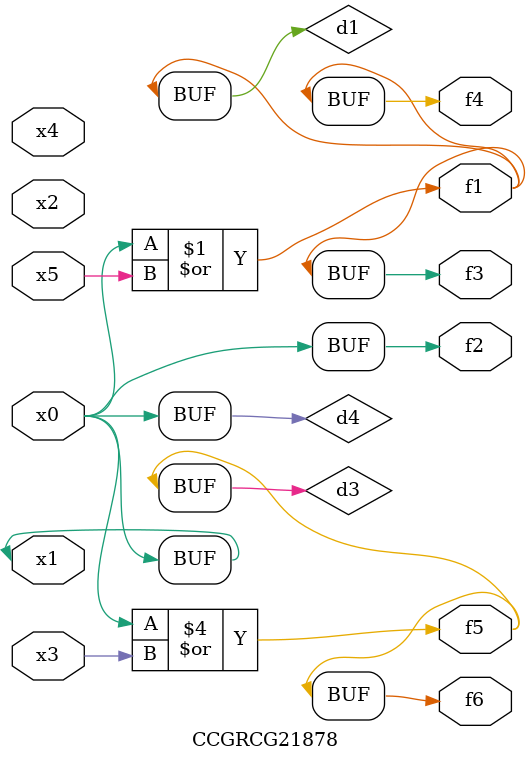
<source format=v>
module CCGRCG21878(
	input x0, x1, x2, x3, x4, x5,
	output f1, f2, f3, f4, f5, f6
);

	wire d1, d2, d3, d4;

	or (d1, x0, x5);
	xnor (d2, x1, x4);
	or (d3, x0, x3);
	buf (d4, x0, x1);
	assign f1 = d1;
	assign f2 = d4;
	assign f3 = d1;
	assign f4 = d1;
	assign f5 = d3;
	assign f6 = d3;
endmodule

</source>
